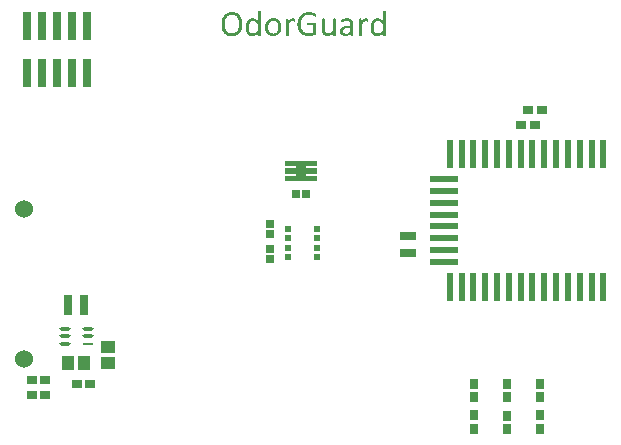
<source format=gbr>
%TF.GenerationSoftware,Altium Limited,Altium Designer,23.5.1 (21)*%
G04 Layer_Color=8388736*
%FSLAX45Y45*%
%MOMM*%
%TF.SameCoordinates,0CF0D061-263B-42B0-A585-B6EE71A6EBF9*%
%TF.FilePolarity,Negative*%
%TF.FileFunction,Soldermask,Top*%
%TF.Part,Single*%
G01*
G75*
%TA.AperFunction,SMDPad,CuDef*%
%ADD18R,1.40000X0.75000*%
G04:AMPARAMS|DCode=19|XSize=0.96535mm|YSize=0.29247mm|CornerRadius=0.14624mm|HoleSize=0mm|Usage=FLASHONLY|Rotation=180.000|XOffset=0mm|YOffset=0mm|HoleType=Round|Shape=RoundedRectangle|*
%AMROUNDEDRECTD19*
21,1,0.96535,0.00000,0,0,180.0*
21,1,0.67288,0.29247,0,0,180.0*
1,1,0.29247,-0.33644,0.00000*
1,1,0.29247,0.33644,0.00000*
1,1,0.29247,0.33644,0.00000*
1,1,0.29247,-0.33644,0.00000*
%
%ADD19ROUNDEDRECTD19*%
%ADD20R,0.96535X0.29247*%
%ADD23R,0.60000X2.40000*%
%ADD24R,2.40000X0.60000*%
%ADD25R,0.75000X2.40000*%
%TA.AperFunction,TestPad*%
%ADD31C,1.52400*%
%TA.AperFunction,SMDPad,CuDef*%
%ADD40R,0.90000X0.75000*%
%ADD41R,1.15000X1.05000*%
%ADD42R,0.75000X0.90000*%
%ADD43R,0.75000X0.79000*%
%ADD44R,0.79000X0.75000*%
%TA.AperFunction,BGAPad,CuDef*%
%ADD45R,0.55000X0.55000*%
%TA.AperFunction,SMDPad,CuDef*%
%ADD46R,0.80000X1.75000*%
%ADD47R,1.05000X1.15000*%
G36*
X5060300Y4965300D02*
Y4918300D01*
X5150300D01*
Y4900300D01*
X5060300D01*
Y4853300D01*
X5150300D01*
Y4835300D01*
X5060300D01*
Y4788300D01*
X5150300D01*
Y4794300D01*
X5238300D01*
Y4788300D01*
X5328300D01*
Y4835300D01*
X5238300D01*
Y4853300D01*
X5328300D01*
Y4900300D01*
X5238300D01*
Y4918300D01*
X5328300D01*
Y4965300D01*
X5238300D01*
Y4959300D01*
X5150300D01*
Y4965300D01*
X5060300D01*
D02*
G37*
G36*
X5268610Y6222165D02*
X5271783D01*
X5275309Y6221812D01*
X5282712Y6220402D01*
X5283065D01*
X5284475Y6220050D01*
X5286238Y6219697D01*
X5288706Y6218992D01*
X5291526Y6218287D01*
X5294347Y6217582D01*
X5300340Y6215466D01*
X5300692D01*
X5301750Y6215114D01*
X5303160Y6214409D01*
X5304923Y6213704D01*
X5309154Y6211941D01*
X5313384Y6209826D01*
X5313737D01*
X5314089Y6209473D01*
X5316205Y6208063D01*
X5318673Y6206300D01*
X5320435Y6204537D01*
X5320788Y6204185D01*
X5321493Y6203480D01*
X5322551Y6201717D01*
X5323256Y6199954D01*
X5323608Y6199602D01*
X5323961Y6198191D01*
X5324313Y6195723D01*
Y6192550D01*
Y6192198D01*
Y6190788D01*
Y6189025D01*
X5323961Y6187262D01*
Y6186910D01*
X5323608Y6186205D01*
X5322903Y6183737D01*
Y6183384D01*
X5322551Y6183032D01*
X5321140Y6181621D01*
X5320788D01*
X5319378Y6181269D01*
X5319025D01*
X5317968Y6181621D01*
X5316205Y6182326D01*
X5313384Y6184089D01*
X5313032D01*
X5312679Y6184442D01*
X5311622Y6185147D01*
X5310211Y6185852D01*
X5306686Y6187967D01*
X5301750Y6190435D01*
X5301398D01*
X5300340Y6191140D01*
X5298930Y6191845D01*
X5296814Y6192550D01*
X5294347Y6193608D01*
X5291526Y6194666D01*
X5288001Y6195723D01*
X5284475Y6196781D01*
X5284123D01*
X5282712Y6197134D01*
X5280597Y6197839D01*
X5277777Y6198544D01*
X5274604Y6198896D01*
X5270373Y6199602D01*
X5266142Y6199954D01*
X5258386D01*
X5255213Y6199602D01*
X5251335Y6199249D01*
X5246752Y6198544D01*
X5241816Y6197486D01*
X5236528Y6196076D01*
X5231592Y6193961D01*
X5230887Y6193608D01*
X5229477Y6192903D01*
X5227009Y6191493D01*
X5224189Y6189730D01*
X5220663Y6187262D01*
X5217138Y6184442D01*
X5213260Y6181269D01*
X5209734Y6177391D01*
X5209382Y6177038D01*
X5208324Y6175628D01*
X5206561Y6173160D01*
X5204798Y6170340D01*
X5202683Y6166814D01*
X5200215Y6162231D01*
X5198100Y6157648D01*
X5195985Y6152360D01*
X5195632Y6151654D01*
X5195279Y6149892D01*
X5194574Y6147071D01*
X5193869Y6143193D01*
X5192812Y6138257D01*
X5192106Y6132969D01*
X5191754Y6127328D01*
X5191401Y6120982D01*
Y6120630D01*
Y6120277D01*
Y6119220D01*
Y6117809D01*
X5191754Y6114284D01*
X5192106Y6109701D01*
X5192459Y6104765D01*
X5193517Y6099124D01*
X5194574Y6093131D01*
X5196337Y6087490D01*
X5196690Y6086785D01*
X5197395Y6085022D01*
X5198452Y6082554D01*
X5200215Y6079029D01*
X5202330Y6075151D01*
X5204798Y6070920D01*
X5207619Y6066689D01*
X5210792Y6062811D01*
X5211144Y6062459D01*
X5212554Y6061049D01*
X5214317Y6059286D01*
X5217138Y6057171D01*
X5220311Y6054703D01*
X5224189Y6052235D01*
X5228419Y6049767D01*
X5233002Y6047652D01*
X5233708Y6047299D01*
X5235470Y6046947D01*
X5237938Y6046241D01*
X5241464Y6045184D01*
X5245694Y6044126D01*
X5250630Y6043421D01*
X5255918Y6043068D01*
X5261559Y6042716D01*
X5265085D01*
X5267200Y6043068D01*
X5270020D01*
X5273193Y6043774D01*
X5280244Y6044831D01*
X5280597D01*
X5282007Y6045184D01*
X5283770Y6045889D01*
X5285885Y6046594D01*
X5288706Y6047299D01*
X5291879Y6048709D01*
X5297872Y6051530D01*
Y6108996D01*
X5251335D01*
X5250278Y6109348D01*
X5248867Y6110053D01*
X5247810Y6111464D01*
Y6111816D01*
X5247457Y6113579D01*
X5247105Y6116047D01*
X5246752Y6119572D01*
Y6119925D01*
Y6121335D01*
Y6122745D01*
Y6124508D01*
Y6124860D01*
X5247105Y6125566D01*
X5247457Y6126623D01*
X5247810Y6127681D01*
Y6128033D01*
X5248162Y6128386D01*
X5249220Y6129796D01*
X5249572D01*
X5249925Y6130149D01*
X5251688Y6130501D01*
X5315500D01*
X5317615Y6129796D01*
X5317968D01*
X5318673Y6129444D01*
X5320788Y6127681D01*
X5321140Y6127328D01*
X5321493Y6126976D01*
X5322198Y6125918D01*
X5322903Y6124508D01*
X5323256Y6124155D01*
X5323608Y6123098D01*
X5323961Y6121688D01*
Y6119572D01*
Y6044479D01*
Y6043774D01*
Y6042011D01*
X5323256Y6039895D01*
X5322551Y6037428D01*
X5322198Y6037075D01*
X5321140Y6035665D01*
X5319378Y6034255D01*
X5316557Y6032492D01*
X5316205D01*
X5315852Y6032139D01*
X5314795Y6031787D01*
X5313737Y6031082D01*
X5309859Y6029671D01*
X5305276Y6027556D01*
X5304923D01*
X5304218Y6027204D01*
X5302808Y6026851D01*
X5300692Y6026146D01*
X5298577Y6025441D01*
X5296109Y6024736D01*
X5290468Y6023326D01*
X5290116D01*
X5289058Y6022973D01*
X5287648D01*
X5285885Y6022620D01*
X5283417Y6022268D01*
X5280950Y6021563D01*
X5275309Y6020858D01*
X5273899D01*
X5272488Y6020505D01*
X5270726D01*
X5265790Y6020153D01*
X5260502Y6019800D01*
X5256623D01*
X5254508Y6020153D01*
X5252393D01*
X5246752Y6020858D01*
X5240406Y6021563D01*
X5233708Y6022620D01*
X5226657Y6024383D01*
X5219606Y6026851D01*
X5219253D01*
X5218900Y6027204D01*
X5216785Y6028261D01*
X5213260Y6029671D01*
X5209029Y6032139D01*
X5204446Y6034960D01*
X5199157Y6038485D01*
X5194222Y6042363D01*
X5189286Y6046947D01*
X5188581Y6047652D01*
X5187171Y6049414D01*
X5185055Y6051882D01*
X5182235Y6055760D01*
X5179062Y6060343D01*
X5175889Y6065632D01*
X5173069Y6071625D01*
X5170248Y6078324D01*
Y6078676D01*
X5169896Y6079029D01*
X5169543Y6080086D01*
X5169191Y6081497D01*
X5168133Y6085375D01*
X5167075Y6090310D01*
X5166018Y6096304D01*
X5164960Y6103355D01*
X5164255Y6111111D01*
X5163902Y6119220D01*
Y6119572D01*
Y6120277D01*
Y6121335D01*
Y6123098D01*
X5164255Y6125213D01*
Y6127681D01*
X5164960Y6133322D01*
X5165665Y6139668D01*
X5166723Y6147071D01*
X5168485Y6154122D01*
X5170953Y6161526D01*
Y6161878D01*
X5171306Y6162231D01*
X5171658Y6163289D01*
X5172364Y6164699D01*
X5173774Y6168224D01*
X5176242Y6172808D01*
X5178709Y6177743D01*
X5182235Y6183384D01*
X5186113Y6188672D01*
X5190696Y6193961D01*
X5191401Y6194666D01*
X5193164Y6196076D01*
X5195632Y6198544D01*
X5199510Y6201717D01*
X5204093Y6205242D01*
X5209382Y6208768D01*
X5215375Y6211941D01*
X5221721Y6215114D01*
X5222073D01*
X5222426Y6215466D01*
X5223484Y6215819D01*
X5224894Y6216171D01*
X5228419Y6217582D01*
X5233355Y6218992D01*
X5239348Y6220050D01*
X5246047Y6221460D01*
X5253451Y6222165D01*
X5261559Y6222517D01*
X5265790D01*
X5268610Y6222165D01*
D02*
G37*
G36*
X5901089Y6233799D02*
X5903204Y6233447D01*
X5903556D01*
X5904614Y6233094D01*
X5906024Y6232741D01*
X5907082Y6232389D01*
X5907434D01*
X5907787Y6232036D01*
X5909197Y6230979D01*
X5909550Y6230626D01*
X5909902Y6229216D01*
Y6026146D01*
Y6025793D01*
Y6025441D01*
X5909197Y6023678D01*
X5908845Y6023326D01*
X5907082Y6022620D01*
X5906729D01*
X5906377Y6022268D01*
X5905319D01*
X5903909Y6021915D01*
X5902499D01*
X5900736Y6021563D01*
X5895095D01*
X5893332Y6021915D01*
X5892980D01*
X5892275Y6022268D01*
X5889807Y6022620D01*
X5889454D01*
X5889102Y6022973D01*
X5887692Y6024031D01*
Y6024383D01*
Y6024736D01*
X5887339Y6026146D01*
Y6044479D01*
X5886986Y6044126D01*
X5885576Y6042716D01*
X5883108Y6040601D01*
X5880288Y6037780D01*
X5877115Y6034960D01*
X5873237Y6031787D01*
X5869006Y6028966D01*
X5864776Y6026146D01*
X5864423Y6025793D01*
X5862660Y6025088D01*
X5860545Y6024031D01*
X5857372Y6022973D01*
X5853494Y6021915D01*
X5849263Y6020858D01*
X5844328Y6020153D01*
X5839392Y6019800D01*
X5836924D01*
X5834104Y6020153D01*
X5830578Y6020505D01*
X5826348Y6021210D01*
X5822117Y6022268D01*
X5817534Y6023678D01*
X5813303Y6025441D01*
X5812951Y6025793D01*
X5811540Y6026498D01*
X5809778Y6027909D01*
X5807310Y6029671D01*
X5804489Y6031787D01*
X5801669Y6034607D01*
X5798848Y6037780D01*
X5796028Y6041306D01*
X5795675Y6041658D01*
X5794970Y6043068D01*
X5793913Y6045184D01*
X5792503Y6048004D01*
X5791092Y6051177D01*
X5789330Y6055408D01*
X5787919Y6059638D01*
X5786509Y6064574D01*
Y6065279D01*
X5786157Y6067042D01*
X5785804Y6069862D01*
X5785099Y6073388D01*
X5784746Y6077619D01*
X5784041Y6082554D01*
X5783689Y6087490D01*
Y6093131D01*
Y6093483D01*
Y6093836D01*
Y6095951D01*
X5784041Y6099477D01*
Y6103707D01*
X5784394Y6108643D01*
X5785099Y6113931D01*
X5787214Y6124860D01*
X5787567Y6125566D01*
X5787919Y6127328D01*
X5788977Y6129796D01*
X5790035Y6133322D01*
X5791797Y6137200D01*
X5793560Y6141078D01*
X5796028Y6145309D01*
X5798496Y6149187D01*
X5798848Y6149539D01*
X5799906Y6150949D01*
X5801316Y6152712D01*
X5803432Y6154827D01*
X5806252Y6157648D01*
X5809425Y6160116D01*
X5812951Y6162584D01*
X5816829Y6164699D01*
X5817181Y6165051D01*
X5818944Y6165757D01*
X5821059Y6166462D01*
X5824232Y6167519D01*
X5828110Y6168577D01*
X5832341Y6169635D01*
X5837277Y6169987D01*
X5842565Y6170340D01*
X5844680D01*
X5846796Y6169987D01*
X5849968Y6169635D01*
X5853141Y6168929D01*
X5857020Y6168224D01*
X5860545Y6166814D01*
X5864423Y6165051D01*
X5864776Y6164699D01*
X5866186Y6163994D01*
X5868301Y6162936D01*
X5870769Y6161173D01*
X5873942Y6159058D01*
X5877115Y6156238D01*
X5880993Y6153065D01*
X5884519Y6149539D01*
Y6229216D01*
Y6229568D01*
Y6229921D01*
X5884871Y6230979D01*
Y6231331D01*
X5885576Y6231684D01*
X5886986Y6232389D01*
X5887339D01*
X5888044Y6232741D01*
X5889102Y6233094D01*
X5890865Y6233447D01*
X5891217D01*
X5892627Y6233799D01*
X5894390Y6234152D01*
X5898973D01*
X5901089Y6233799D01*
D02*
G37*
G36*
X4844490D02*
X4846605Y6233447D01*
X4846958D01*
X4848016Y6233094D01*
X4849426Y6232741D01*
X4850484Y6232389D01*
X4850836D01*
X4851189Y6232036D01*
X4852599Y6230979D01*
X4852951Y6230626D01*
X4853304Y6229216D01*
Y6026146D01*
Y6025793D01*
Y6025441D01*
X4852599Y6023678D01*
X4852246Y6023326D01*
X4850484Y6022620D01*
X4850131D01*
X4849778Y6022268D01*
X4848721D01*
X4847311Y6021915D01*
X4845900D01*
X4844138Y6021563D01*
X4838497D01*
X4836734Y6021915D01*
X4836381D01*
X4835676Y6022268D01*
X4833209Y6022620D01*
X4832856D01*
X4832503Y6022973D01*
X4831093Y6024031D01*
Y6024383D01*
Y6024736D01*
X4830741Y6026146D01*
Y6044479D01*
X4830388Y6044126D01*
X4828978Y6042716D01*
X4826510Y6040601D01*
X4823690Y6037780D01*
X4820517Y6034960D01*
X4816639Y6031787D01*
X4812408Y6028966D01*
X4808177Y6026146D01*
X4807825Y6025793D01*
X4806062Y6025088D01*
X4803947Y6024031D01*
X4800774Y6022973D01*
X4796896Y6021915D01*
X4792665Y6020858D01*
X4787729Y6020153D01*
X4782794Y6019800D01*
X4780326D01*
X4777505Y6020153D01*
X4773980Y6020505D01*
X4769749Y6021210D01*
X4765519Y6022268D01*
X4760935Y6023678D01*
X4756705Y6025441D01*
X4756352Y6025793D01*
X4754942Y6026498D01*
X4753179Y6027909D01*
X4750711Y6029671D01*
X4747891Y6031787D01*
X4745071Y6034607D01*
X4742250Y6037780D01*
X4739430Y6041306D01*
X4739077Y6041658D01*
X4738372Y6043068D01*
X4737314Y6045184D01*
X4735904Y6048004D01*
X4734494Y6051177D01*
X4732731Y6055408D01*
X4731321Y6059638D01*
X4729911Y6064574D01*
Y6065279D01*
X4729558Y6067042D01*
X4729206Y6069862D01*
X4728501Y6073388D01*
X4728148Y6077619D01*
X4727443Y6082554D01*
X4727090Y6087490D01*
Y6093131D01*
Y6093483D01*
Y6093836D01*
Y6095951D01*
X4727443Y6099477D01*
Y6103707D01*
X4727795Y6108643D01*
X4728501Y6113931D01*
X4730616Y6124860D01*
X4730968Y6125566D01*
X4731321Y6127328D01*
X4732379Y6129796D01*
X4733436Y6133322D01*
X4735199Y6137200D01*
X4736962Y6141078D01*
X4739430Y6145309D01*
X4741898Y6149187D01*
X4742250Y6149539D01*
X4743308Y6150949D01*
X4744718Y6152712D01*
X4746833Y6154827D01*
X4749654Y6157648D01*
X4752827Y6160116D01*
X4756352Y6162584D01*
X4760230Y6164699D01*
X4760583Y6165051D01*
X4762346Y6165757D01*
X4764461Y6166462D01*
X4767634Y6167519D01*
X4771512Y6168577D01*
X4775743Y6169635D01*
X4780678Y6169987D01*
X4785967Y6170340D01*
X4788082D01*
X4790197Y6169987D01*
X4793370Y6169635D01*
X4796543Y6168929D01*
X4800421Y6168224D01*
X4803947Y6166814D01*
X4807825Y6165051D01*
X4808177Y6164699D01*
X4809588Y6163994D01*
X4811703Y6162936D01*
X4814171Y6161173D01*
X4817344Y6159058D01*
X4820517Y6156238D01*
X4824395Y6153065D01*
X4827920Y6149539D01*
Y6229216D01*
Y6229568D01*
Y6229921D01*
X4828273Y6230979D01*
Y6231331D01*
X4828978Y6231684D01*
X4830388Y6232389D01*
X4830741D01*
X4831446Y6232741D01*
X4832503Y6233094D01*
X4834266Y6233447D01*
X4834619D01*
X4836029Y6233799D01*
X4837792Y6234152D01*
X4842375D01*
X4844490Y6233799D01*
D02*
G37*
G36*
X5748081Y6169987D02*
X5748434D01*
X5749491Y6169635D01*
X5751254Y6169282D01*
X5753017Y6168929D01*
X5753369D01*
X5754779Y6168577D01*
X5756190Y6168224D01*
X5757952Y6167519D01*
X5758305D01*
X5759363Y6167167D01*
X5760420Y6166814D01*
X5761125Y6166109D01*
X5761478D01*
X5761830Y6165757D01*
X5762536Y6164699D01*
X5762888Y6164346D01*
Y6162936D01*
Y6162584D01*
X5763241Y6162231D01*
Y6161173D01*
Y6159763D01*
Y6159411D01*
X5763593Y6158353D01*
Y6156943D01*
Y6154475D01*
Y6153770D01*
Y6152360D01*
Y6150597D01*
X5763241Y6148834D01*
Y6148481D01*
Y6147776D01*
X5762536Y6145309D01*
Y6144956D01*
X5762183Y6144603D01*
X5761478Y6143193D01*
X5761125Y6142841D01*
X5759715Y6142488D01*
X5758658D01*
X5756542Y6143193D01*
X5756190D01*
X5755485Y6143546D01*
X5754074Y6144251D01*
X5752664Y6144603D01*
X5752312D01*
X5751254Y6144956D01*
X5749844Y6145661D01*
X5747728Y6146014D01*
X5747376D01*
X5745966Y6146366D01*
X5743850Y6146719D01*
X5741030D01*
X5739267Y6146366D01*
X5737152Y6146014D01*
X5734331Y6144956D01*
X5733626Y6144603D01*
X5732216Y6143898D01*
X5729748Y6142136D01*
X5726575Y6140020D01*
X5725870Y6139315D01*
X5724107Y6137552D01*
X5721287Y6134379D01*
X5718114Y6130501D01*
X5717761Y6130149D01*
X5717409Y6129444D01*
X5716351Y6128386D01*
X5715294Y6126623D01*
X5713883Y6124508D01*
X5712473Y6122040D01*
X5708595Y6116399D01*
Y6026146D01*
Y6025793D01*
Y6025441D01*
X5707890Y6024031D01*
X5707537Y6023678D01*
X5705775Y6022620D01*
X5705422D01*
X5704717Y6022268D01*
X5703659D01*
X5701897Y6021915D01*
X5700486D01*
X5698371Y6021563D01*
X5691673D01*
X5689557Y6021915D01*
X5689205D01*
X5688500Y6022268D01*
X5686032Y6022620D01*
X5685679D01*
X5685327Y6022973D01*
X5683916Y6024031D01*
Y6024736D01*
X5683564Y6026146D01*
Y6163289D01*
Y6163641D01*
Y6163994D01*
X5683916Y6165404D01*
X5684269Y6165757D01*
X5684974Y6166462D01*
X5685679Y6166814D01*
X5686032D01*
X5686737Y6167167D01*
X5687795Y6167519D01*
X5689205Y6167872D01*
X5689557D01*
X5690615Y6168224D01*
X5698371D01*
X5700134Y6167872D01*
X5700486D01*
X5701544Y6167519D01*
X5702602Y6167167D01*
X5703659Y6166814D01*
X5704012D01*
X5704365Y6166462D01*
X5705070Y6166109D01*
X5705422Y6165404D01*
X5705775Y6165051D01*
X5706127Y6163289D01*
Y6143193D01*
X5706480Y6143546D01*
X5707185Y6144603D01*
X5708243Y6146014D01*
X5709653Y6148129D01*
X5712826Y6152360D01*
X5716704Y6156590D01*
X5717056Y6156943D01*
X5717409Y6157648D01*
X5719877Y6159763D01*
X5722697Y6162231D01*
X5725870Y6164699D01*
X5726223D01*
X5726575Y6165051D01*
X5728691Y6166462D01*
X5731511Y6167872D01*
X5734684Y6168929D01*
X5735037D01*
X5735389Y6169282D01*
X5737504Y6169635D01*
X5740325Y6169987D01*
X5743498Y6170340D01*
X5746318D01*
X5748081Y6169987D01*
D02*
G37*
G36*
X5129000D02*
X5129352D01*
X5130410Y6169635D01*
X5132173Y6169282D01*
X5133935Y6168929D01*
X5134288D01*
X5135698Y6168577D01*
X5137108Y6168224D01*
X5138871Y6167519D01*
X5139224D01*
X5140281Y6167167D01*
X5141339Y6166814D01*
X5142044Y6166109D01*
X5142397D01*
X5142749Y6165757D01*
X5143454Y6164699D01*
X5143807Y6164346D01*
Y6162936D01*
Y6162584D01*
X5144159Y6162231D01*
Y6161173D01*
Y6159763D01*
Y6159411D01*
X5144512Y6158353D01*
Y6156943D01*
Y6154475D01*
Y6153770D01*
Y6152360D01*
Y6150597D01*
X5144159Y6148834D01*
Y6148481D01*
Y6147776D01*
X5143454Y6145309D01*
Y6144956D01*
X5143102Y6144603D01*
X5142397Y6143193D01*
X5142044Y6142841D01*
X5140634Y6142488D01*
X5139576D01*
X5137461Y6143193D01*
X5137108D01*
X5136403Y6143546D01*
X5134993Y6144251D01*
X5133583Y6144603D01*
X5133230D01*
X5132173Y6144956D01*
X5130762Y6145661D01*
X5128647Y6146014D01*
X5128295D01*
X5126884Y6146366D01*
X5124769Y6146719D01*
X5121949D01*
X5120186Y6146366D01*
X5118071Y6146014D01*
X5115250Y6144956D01*
X5114545Y6144603D01*
X5113135Y6143898D01*
X5110667Y6142136D01*
X5107494Y6140020D01*
X5106789Y6139315D01*
X5105026Y6137552D01*
X5102206Y6134379D01*
X5099033Y6130501D01*
X5098680Y6130149D01*
X5098328Y6129444D01*
X5097270Y6128386D01*
X5096212Y6126623D01*
X5094802Y6124508D01*
X5093392Y6122040D01*
X5089514Y6116399D01*
Y6026146D01*
Y6025793D01*
Y6025441D01*
X5088809Y6024031D01*
X5088456Y6023678D01*
X5086693Y6022620D01*
X5086341D01*
X5085636Y6022268D01*
X5084578D01*
X5082815Y6021915D01*
X5081405D01*
X5079290Y6021563D01*
X5072591D01*
X5070476Y6021915D01*
X5070123D01*
X5069418Y6022268D01*
X5066950Y6022620D01*
X5066598D01*
X5066245Y6022973D01*
X5064835Y6024031D01*
Y6024736D01*
X5064483Y6026146D01*
Y6163289D01*
Y6163641D01*
Y6163994D01*
X5064835Y6165404D01*
X5065188Y6165757D01*
X5065893Y6166462D01*
X5066598Y6166814D01*
X5066950D01*
X5067656Y6167167D01*
X5068713Y6167519D01*
X5070123Y6167872D01*
X5070476D01*
X5071534Y6168224D01*
X5079290D01*
X5081053Y6167872D01*
X5081405D01*
X5082463Y6167519D01*
X5083520Y6167167D01*
X5084578Y6166814D01*
X5084931D01*
X5085283Y6166462D01*
X5085988Y6166109D01*
X5086341Y6165404D01*
X5086693Y6165051D01*
X5087046Y6163289D01*
Y6143193D01*
X5087399Y6143546D01*
X5088104Y6144603D01*
X5089161Y6146014D01*
X5090571Y6148129D01*
X5093744Y6152360D01*
X5097623Y6156590D01*
X5097975Y6156943D01*
X5098328Y6157648D01*
X5100795Y6159763D01*
X5103616Y6162231D01*
X5106789Y6164699D01*
X5107141D01*
X5107494Y6165051D01*
X5109609Y6166462D01*
X5112430Y6167872D01*
X5115603Y6168929D01*
X5115955D01*
X5116308Y6169282D01*
X5118423Y6169635D01*
X5121244Y6169987D01*
X5124416Y6170340D01*
X5127237D01*
X5129000Y6169987D01*
D02*
G37*
G36*
X5480847Y6167872D02*
X5481199D01*
X5482257Y6167519D01*
X5483667Y6167167D01*
X5484725Y6166814D01*
X5485077D01*
X5485430Y6166462D01*
X5486840Y6165404D01*
X5487192Y6165051D01*
X5487545Y6163289D01*
Y6026146D01*
Y6025793D01*
Y6025441D01*
X5486840Y6024031D01*
X5486487Y6023678D01*
X5484725Y6022620D01*
X5484372D01*
X5484020Y6022268D01*
X5482962D01*
X5481199Y6021915D01*
X5479789D01*
X5478026Y6021563D01*
X5472033D01*
X5469917Y6021915D01*
X5469565D01*
X5468860Y6022268D01*
X5466392Y6022620D01*
X5465687Y6022973D01*
X5464629Y6024031D01*
Y6024736D01*
X5464277Y6026146D01*
Y6044126D01*
X5463924Y6043421D01*
X5462161Y6042011D01*
X5460046Y6039895D01*
X5457226Y6037075D01*
X5453700Y6033902D01*
X5449822Y6030729D01*
X5445591Y6027909D01*
X5441361Y6025441D01*
X5441008Y6025088D01*
X5439598Y6024736D01*
X5437130Y6023678D01*
X5434310Y6022620D01*
X5430784Y6021563D01*
X5426906Y6020858D01*
X5422675Y6020153D01*
X5418092Y6019800D01*
X5415977D01*
X5413509Y6020153D01*
X5410336Y6020505D01*
X5406458Y6020858D01*
X5402933Y6021563D01*
X5399054Y6022620D01*
X5395176Y6024031D01*
X5394824Y6024383D01*
X5393766Y6024736D01*
X5392003Y6025793D01*
X5389888Y6027204D01*
X5387420Y6028966D01*
X5384952Y6031082D01*
X5380017Y6036370D01*
X5379664Y6036722D01*
X5378959Y6037780D01*
X5378254Y6039543D01*
X5376844Y6041658D01*
X5375433Y6044479D01*
X5374376Y6047652D01*
X5371908Y6054703D01*
Y6055055D01*
X5371555Y6056465D01*
X5371203Y6058933D01*
X5370850Y6061754D01*
X5370145Y6065632D01*
X5369793Y6069862D01*
X5369440Y6074798D01*
Y6080086D01*
Y6163289D01*
Y6163641D01*
Y6163994D01*
X5369793Y6165404D01*
X5370498Y6165757D01*
X5371908Y6166814D01*
X5372261D01*
X5372966Y6167167D01*
X5374023Y6167519D01*
X5375786Y6167872D01*
X5376139D01*
X5377549Y6168224D01*
X5386010D01*
X5388125Y6167872D01*
X5388478D01*
X5389536Y6167519D01*
X5390946Y6167167D01*
X5392003Y6166814D01*
X5392356D01*
X5392709Y6166462D01*
X5394119Y6165404D01*
X5394471Y6165051D01*
X5394824Y6163289D01*
Y6083612D01*
Y6083259D01*
Y6081497D01*
Y6079381D01*
X5395176Y6076561D01*
X5395529Y6070215D01*
X5395882Y6067042D01*
X5396234Y6064222D01*
Y6063869D01*
X5396587Y6063164D01*
X5396939Y6061754D01*
X5397644Y6059991D01*
X5399054Y6055760D01*
X5401522Y6051530D01*
X5401875Y6051177D01*
X5402227Y6050825D01*
X5403990Y6048709D01*
X5407163Y6046241D01*
X5410689Y6043774D01*
X5411041D01*
X5411746Y6043421D01*
X5412804Y6043068D01*
X5414567Y6042716D01*
X5418445Y6041658D01*
X5423381Y6041306D01*
X5425143D01*
X5426906Y6041658D01*
X5429374Y6042011D01*
X5432194Y6042716D01*
X5435367Y6044126D01*
X5438540Y6045536D01*
X5442066Y6047652D01*
X5442418Y6048004D01*
X5443829Y6049062D01*
X5445591Y6050472D01*
X5448059Y6052587D01*
X5451232Y6055408D01*
X5454405Y6058933D01*
X5458283Y6062811D01*
X5462161Y6067395D01*
Y6163289D01*
Y6163641D01*
Y6163994D01*
X5462514Y6165404D01*
X5463219Y6165757D01*
X5464629Y6166814D01*
X5464982D01*
X5465687Y6167167D01*
X5466744Y6167519D01*
X5468507Y6167872D01*
X5468860D01*
X5470270Y6168224D01*
X5478731D01*
X5480847Y6167872D01*
D02*
G37*
G36*
X5591900Y6169987D02*
X5595778Y6169635D01*
X5600009Y6168929D01*
X5604240Y6167872D01*
X5608118Y6166814D01*
X5608470D01*
X5609881Y6166109D01*
X5611643Y6165404D01*
X5614111Y6164346D01*
X5619752Y6161173D01*
X5622572Y6159058D01*
X5625040Y6156943D01*
X5625393Y6156590D01*
X5626098Y6155885D01*
X5627156Y6154475D01*
X5628566Y6152712D01*
X5629976Y6150244D01*
X5631739Y6147424D01*
X5633149Y6144251D01*
X5634207Y6140725D01*
Y6140373D01*
X5634559Y6138963D01*
X5635264Y6137200D01*
X5635969Y6134379D01*
X5636322Y6131206D01*
X5637027Y6127328D01*
X5637380Y6123098D01*
Y6118515D01*
Y6025793D01*
Y6025441D01*
Y6024736D01*
X5636675Y6024031D01*
X5635969Y6023326D01*
X5635617D01*
X5635264Y6022973D01*
X5634207Y6022620D01*
X5632444Y6022268D01*
X5632091D01*
X5631034Y6021915D01*
X5628918Y6021563D01*
X5624335D01*
X5622220Y6021915D01*
X5620105Y6022268D01*
X5619752D01*
X5618694Y6022620D01*
X5617637Y6022973D01*
X5616579Y6023326D01*
X5616227Y6024031D01*
X5615874Y6024736D01*
X5615521Y6025793D01*
Y6039543D01*
X5615169Y6039190D01*
X5614111Y6038133D01*
X5611996Y6036370D01*
X5609881Y6034255D01*
X5606708Y6031787D01*
X5603182Y6029319D01*
X5599657Y6026851D01*
X5595426Y6024736D01*
X5595073Y6024383D01*
X5593663Y6024031D01*
X5591195Y6023326D01*
X5588375Y6022268D01*
X5584849Y6021210D01*
X5580971Y6020505D01*
X5576741Y6020153D01*
X5572158Y6019800D01*
X5568279D01*
X5565459Y6020153D01*
X5562639Y6020505D01*
X5559113Y6020858D01*
X5552415Y6022620D01*
X5552062D01*
X5551004Y6022973D01*
X5549242Y6023678D01*
X5547479Y6024383D01*
X5542543Y6026851D01*
X5537607Y6030377D01*
X5537255Y6030729D01*
X5536550Y6031434D01*
X5535492Y6032492D01*
X5534082Y6034255D01*
X5532672Y6036017D01*
X5530909Y6038485D01*
X5528089Y6043774D01*
Y6044126D01*
X5527736Y6045184D01*
X5527031Y6046594D01*
X5526678Y6049062D01*
X5525973Y6051530D01*
X5525268Y6054350D01*
X5524916Y6061401D01*
Y6061754D01*
Y6063164D01*
X5525268Y6065279D01*
X5525621Y6068100D01*
X5525973Y6071273D01*
X5527031Y6074446D01*
X5528089Y6077971D01*
X5529499Y6081144D01*
X5529851Y6081497D01*
X5530204Y6082554D01*
X5531261Y6084317D01*
X5533024Y6086432D01*
X5534787Y6088548D01*
X5537255Y6091016D01*
X5539723Y6093483D01*
X5542896Y6095599D01*
X5543248Y6095951D01*
X5544658Y6096656D01*
X5546421Y6097714D01*
X5548889Y6098772D01*
X5552062Y6100182D01*
X5555588Y6101592D01*
X5559818Y6103002D01*
X5564401Y6104060D01*
X5565106D01*
X5566869Y6104412D01*
X5569337Y6105118D01*
X5572863Y6105470D01*
X5577093Y6106175D01*
X5582029Y6106528D01*
X5587670Y6106880D01*
X5612348D01*
Y6117457D01*
Y6117809D01*
Y6118867D01*
Y6120277D01*
X5611996Y6122040D01*
X5611643Y6126623D01*
X5610586Y6131206D01*
Y6131559D01*
X5610233Y6132264D01*
X5609881Y6133322D01*
X5609175Y6134732D01*
X5607413Y6138257D01*
X5604945Y6141430D01*
Y6141783D01*
X5604240Y6142136D01*
X5602477Y6143898D01*
X5599304Y6146014D01*
X5595426Y6147776D01*
X5595073D01*
X5594368Y6148129D01*
X5592958Y6148481D01*
X5591548Y6148834D01*
X5589433Y6149187D01*
X5586965Y6149539D01*
X5580971Y6149892D01*
X5577446D01*
X5575330Y6149539D01*
X5569690Y6148834D01*
X5564049Y6147424D01*
X5563696D01*
X5562991Y6147071D01*
X5561581Y6146719D01*
X5559818Y6146014D01*
X5555588Y6144603D01*
X5551357Y6142488D01*
X5551004D01*
X5550299Y6142136D01*
X5549242Y6141783D01*
X5548184Y6141078D01*
X5545011Y6139668D01*
X5541838Y6137905D01*
X5541133Y6137552D01*
X5539723Y6136847D01*
X5537960Y6136142D01*
X5536550Y6135790D01*
X5535845D01*
X5534082Y6136142D01*
X5533729Y6136495D01*
X5532672Y6137905D01*
Y6138257D01*
X5532319Y6138963D01*
X5531614Y6141078D01*
Y6141430D01*
Y6142488D01*
Y6143898D01*
Y6145309D01*
Y6145661D01*
Y6146014D01*
Y6147424D01*
Y6149539D01*
X5531967Y6151302D01*
Y6151654D01*
X5532672Y6152712D01*
X5533377Y6154122D01*
X5534434Y6155533D01*
X5534787Y6155885D01*
X5536197Y6156943D01*
X5538313Y6158353D01*
X5541485Y6160116D01*
X5541838D01*
X5542543Y6160468D01*
X5543601Y6161173D01*
X5545011Y6161878D01*
X5548537Y6163289D01*
X5553120Y6165051D01*
X5553472D01*
X5554177Y6165404D01*
X5555588Y6165757D01*
X5557350Y6166462D01*
X5559466Y6166814D01*
X5561934Y6167519D01*
X5567574Y6168577D01*
X5567927D01*
X5568985Y6168929D01*
X5570395Y6169282D01*
X5572510Y6169635D01*
X5574625D01*
X5577446Y6169987D01*
X5583087Y6170340D01*
X5588375D01*
X5591900Y6169987D01*
D02*
G37*
G36*
X4966121D02*
X4969999Y6169635D01*
X4974582Y6168929D01*
X4979518Y6168224D01*
X4984453Y6166814D01*
X4989389Y6165051D01*
X4990094Y6164699D01*
X4991504Y6163994D01*
X4993972Y6162936D01*
X4996793Y6161526D01*
X5000318Y6159411D01*
X5003844Y6156943D01*
X5007369Y6154122D01*
X5010542Y6150597D01*
X5010895Y6150244D01*
X5011952Y6148834D01*
X5013363Y6146719D01*
X5015478Y6144251D01*
X5017241Y6140725D01*
X5019356Y6136847D01*
X5021471Y6132264D01*
X5023234Y6127328D01*
X5023587Y6126623D01*
X5023939Y6124860D01*
X5024644Y6122040D01*
X5025349Y6118162D01*
X5026054Y6113579D01*
X5026760Y6108291D01*
X5027465Y6102650D01*
Y6096304D01*
Y6095951D01*
Y6095599D01*
Y6093483D01*
X5027112Y6090310D01*
X5026760Y6086432D01*
X5026407Y6081497D01*
X5025702Y6076561D01*
X5024292Y6070920D01*
X5022881Y6065632D01*
X5022529Y6064927D01*
X5022176Y6063164D01*
X5021119Y6060696D01*
X5019356Y6057171D01*
X5017593Y6053645D01*
X5015478Y6049414D01*
X5012657Y6045184D01*
X5009485Y6041306D01*
X5009132Y6040953D01*
X5008074Y6039543D01*
X5005959Y6037780D01*
X5003491Y6035665D01*
X5000318Y6032844D01*
X4996793Y6030377D01*
X4992562Y6027909D01*
X4987626Y6025441D01*
X4986921Y6025088D01*
X4985158Y6024736D01*
X4982691Y6023678D01*
X4978812Y6022620D01*
X4974582Y6021563D01*
X4969294Y6020858D01*
X4963653Y6020153D01*
X4957307Y6019800D01*
X4954486D01*
X4951313Y6020153D01*
X4947435Y6020505D01*
X4942500Y6020858D01*
X4937564Y6021915D01*
X4932628Y6022973D01*
X4927692Y6024736D01*
X4926987Y6025088D01*
X4925577Y6025793D01*
X4923109Y6026851D01*
X4920289Y6028261D01*
X4917116Y6030377D01*
X4913590Y6032844D01*
X4910065Y6036017D01*
X4906539Y6039190D01*
X4906187Y6039543D01*
X4905129Y6040953D01*
X4903719Y6043068D01*
X4901956Y6045536D01*
X4899841Y6049062D01*
X4898078Y6052940D01*
X4895963Y6057523D01*
X4894200Y6062459D01*
Y6063164D01*
X4893495Y6064927D01*
X4893142Y6067747D01*
X4892437Y6071625D01*
X4891732Y6076208D01*
X4891027Y6081497D01*
X4890674Y6087137D01*
X4890322Y6093483D01*
Y6093836D01*
Y6094188D01*
Y6096304D01*
X4890674Y6099477D01*
X4891027Y6103707D01*
X4891380Y6108643D01*
X4892085Y6113579D01*
X4893142Y6119220D01*
X4894553Y6124508D01*
X4894905Y6125213D01*
X4895258Y6126976D01*
X4896315Y6129444D01*
X4897726Y6132969D01*
X4899488Y6136495D01*
X4901956Y6140725D01*
X4904424Y6144956D01*
X4907597Y6148834D01*
X4907950Y6149187D01*
X4909360Y6150597D01*
X4911123Y6152360D01*
X4913590Y6154827D01*
X4916763Y6157295D01*
X4920641Y6159763D01*
X4924872Y6162584D01*
X4929455Y6164699D01*
X4930160Y6165051D01*
X4931923Y6165757D01*
X4934391Y6166462D01*
X4938269Y6167519D01*
X4942852Y6168577D01*
X4947788Y6169635D01*
X4953781Y6169987D01*
X4960127Y6170340D01*
X4962948D01*
X4966121Y6169987D01*
D02*
G37*
G36*
X4618857Y6222165D02*
X4624145Y6221812D01*
X4630139Y6220755D01*
X4636485Y6219697D01*
X4642830Y6217934D01*
X4649176Y6215819D01*
X4649529D01*
X4649881Y6215466D01*
X4651997Y6214761D01*
X4654817Y6212998D01*
X4658695Y6210883D01*
X4662926Y6208063D01*
X4667509Y6204890D01*
X4671740Y6201012D01*
X4675970Y6196429D01*
X4676323Y6195723D01*
X4677733Y6194313D01*
X4679848Y6191493D01*
X4681964Y6187967D01*
X4684784Y6183384D01*
X4687605Y6178096D01*
X4690072Y6172102D01*
X4692188Y6165404D01*
Y6165051D01*
X4692540Y6164699D01*
Y6163641D01*
X4692893Y6162231D01*
X4693598Y6160468D01*
X4693950Y6158353D01*
X4695008Y6153417D01*
X4695713Y6147071D01*
X4696771Y6139668D01*
X4697123Y6131912D01*
X4697476Y6123098D01*
Y6122745D01*
Y6122040D01*
Y6120630D01*
Y6119220D01*
Y6117104D01*
X4697123Y6114636D01*
X4696771Y6108996D01*
X4696066Y6102297D01*
X4695008Y6094894D01*
X4693598Y6087490D01*
X4691835Y6080086D01*
Y6079734D01*
X4691483Y6079381D01*
X4691130Y6078324D01*
X4690778Y6076913D01*
X4689367Y6073388D01*
X4687605Y6068805D01*
X4685137Y6063869D01*
X4682316Y6058228D01*
X4678791Y6052940D01*
X4674913Y6047652D01*
X4674560Y6046947D01*
X4672797Y6045536D01*
X4670329Y6043068D01*
X4667157Y6039895D01*
X4662926Y6036722D01*
X4658343Y6033197D01*
X4652702Y6030024D01*
X4646709Y6026851D01*
X4646356D01*
X4646003Y6026498D01*
X4644946Y6026146D01*
X4643888Y6025793D01*
X4640010Y6024736D01*
X4635427Y6023326D01*
X4629786Y6021915D01*
X4623088Y6020858D01*
X4615331Y6020153D01*
X4607223Y6019800D01*
X4603345D01*
X4601582Y6020153D01*
X4599467D01*
X4594178Y6020505D01*
X4588185Y6021210D01*
X4581486Y6022620D01*
X4575140Y6024031D01*
X4568795Y6026146D01*
X4568089Y6026498D01*
X4565974Y6027556D01*
X4563154Y6028966D01*
X4559276Y6031082D01*
X4555045Y6033902D01*
X4550814Y6037075D01*
X4546231Y6040953D01*
X4542001Y6045536D01*
X4541648Y6046241D01*
X4540238Y6047652D01*
X4538475Y6050472D01*
X4536007Y6054350D01*
X4533539Y6058933D01*
X4530719Y6064222D01*
X4528251Y6070215D01*
X4526136Y6076913D01*
Y6077266D01*
X4525783Y6077619D01*
Y6078676D01*
X4525431Y6080086D01*
X4525078Y6081849D01*
X4524726Y6083964D01*
X4523668Y6089253D01*
X4522610Y6095599D01*
X4521905Y6103002D01*
X4521553Y6111111D01*
X4521200Y6119925D01*
Y6120277D01*
Y6120982D01*
Y6122040D01*
Y6123803D01*
Y6125918D01*
X4521553Y6128386D01*
X4521905Y6134027D01*
X4522610Y6140373D01*
X4523315Y6147776D01*
X4524726Y6154827D01*
X4526488Y6162231D01*
Y6162584D01*
X4526841Y6162936D01*
X4527193Y6163994D01*
X4527546Y6165404D01*
X4528956Y6168929D01*
X4530719Y6173513D01*
X4533187Y6178448D01*
X4536007Y6183737D01*
X4539533Y6189025D01*
X4543411Y6194313D01*
X4544116Y6195018D01*
X4545526Y6196429D01*
X4547994Y6198896D01*
X4551167Y6202069D01*
X4555398Y6205242D01*
X4559981Y6208768D01*
X4565622Y6211941D01*
X4571615Y6215114D01*
X4571967D01*
X4572320Y6215466D01*
X4573378Y6215819D01*
X4574788Y6216171D01*
X4578313Y6217582D01*
X4582897Y6218992D01*
X4588537Y6220050D01*
X4595588Y6221460D01*
X4602992Y6222165D01*
X4611101Y6222517D01*
X4614626D01*
X4618857Y6222165D01*
D02*
G37*
%LPC*%
G36*
X5844680Y6148834D02*
X5843270D01*
X5841155Y6148481D01*
X5839039Y6148129D01*
X5833751Y6147071D01*
X5830931Y6145661D01*
X5828463Y6144251D01*
X5828110Y6143898D01*
X5827405Y6143546D01*
X5825995Y6142488D01*
X5824585Y6141078D01*
X5822822Y6139315D01*
X5821059Y6137200D01*
X5817534Y6131912D01*
Y6131559D01*
X5816829Y6130501D01*
X5816123Y6129091D01*
X5815066Y6126976D01*
X5814361Y6124508D01*
X5813303Y6121688D01*
X5811540Y6114989D01*
Y6114636D01*
X5811188Y6113579D01*
X5810835Y6111464D01*
Y6109348D01*
X5810483Y6106175D01*
X5810130Y6103002D01*
X5809778Y6095951D01*
Y6095599D01*
Y6094188D01*
Y6092073D01*
X5810130Y6089605D01*
Y6086432D01*
X5810483Y6082907D01*
X5811188Y6075503D01*
Y6075151D01*
X5811540Y6073740D01*
X5811893Y6071978D01*
X5812598Y6069510D01*
X5813303Y6067042D01*
X5814361Y6063869D01*
X5816829Y6057876D01*
X5817181Y6057523D01*
X5817534Y6056818D01*
X5818239Y6055408D01*
X5819649Y6053645D01*
X5822822Y6049767D01*
X5827053Y6045889D01*
X5827405Y6045536D01*
X5828110Y6045184D01*
X5829873Y6044479D01*
X5831636Y6043774D01*
X5834104Y6042716D01*
X5836924Y6042011D01*
X5840097Y6041658D01*
X5843623Y6041306D01*
X5846796D01*
X5849616Y6041658D01*
X5853141Y6042363D01*
X5853494D01*
X5853847Y6042716D01*
X5856314Y6043421D01*
X5859135Y6044831D01*
X5862660Y6046947D01*
X5863013D01*
X5863365Y6047652D01*
X5864423Y6048357D01*
X5865833Y6049062D01*
X5869006Y6051882D01*
X5872884Y6055055D01*
X5873237Y6055408D01*
X5873942Y6056113D01*
X5875000Y6057171D01*
X5876410Y6058581D01*
X5880288Y6062811D01*
X5884519Y6067747D01*
Y6122745D01*
X5884166Y6123450D01*
X5882756Y6124860D01*
X5880641Y6126976D01*
X5878173Y6129796D01*
X5875352Y6132969D01*
X5871827Y6136142D01*
X5868301Y6139315D01*
X5864776Y6142136D01*
X5864423Y6142488D01*
X5863013Y6143193D01*
X5861250Y6144251D01*
X5858782Y6145661D01*
X5855609Y6146719D01*
X5852436Y6147776D01*
X5848558Y6148481D01*
X5844680Y6148834D01*
D02*
G37*
G36*
X4788082D02*
X4786672D01*
X4784556Y6148481D01*
X4782441Y6148129D01*
X4777153Y6147071D01*
X4774332Y6145661D01*
X4771864Y6144251D01*
X4771512Y6143898D01*
X4770807Y6143546D01*
X4769397Y6142488D01*
X4767986Y6141078D01*
X4766224Y6139315D01*
X4764461Y6137200D01*
X4760935Y6131912D01*
Y6131559D01*
X4760230Y6130501D01*
X4759525Y6129091D01*
X4758467Y6126976D01*
X4757762Y6124508D01*
X4756705Y6121688D01*
X4754942Y6114989D01*
Y6114636D01*
X4754589Y6113579D01*
X4754237Y6111464D01*
Y6109348D01*
X4753884Y6106175D01*
X4753532Y6103002D01*
X4753179Y6095951D01*
Y6095599D01*
Y6094188D01*
Y6092073D01*
X4753532Y6089605D01*
Y6086432D01*
X4753884Y6082907D01*
X4754589Y6075503D01*
Y6075151D01*
X4754942Y6073740D01*
X4755295Y6071978D01*
X4756000Y6069510D01*
X4756705Y6067042D01*
X4757762Y6063869D01*
X4760230Y6057876D01*
X4760583Y6057523D01*
X4760935Y6056818D01*
X4761640Y6055408D01*
X4763051Y6053645D01*
X4766224Y6049767D01*
X4770454Y6045889D01*
X4770807Y6045536D01*
X4771512Y6045184D01*
X4773275Y6044479D01*
X4775037Y6043774D01*
X4777505Y6042716D01*
X4780326Y6042011D01*
X4783499Y6041658D01*
X4787024Y6041306D01*
X4790197D01*
X4793018Y6041658D01*
X4796543Y6042363D01*
X4796896D01*
X4797248Y6042716D01*
X4799716Y6043421D01*
X4802536Y6044831D01*
X4806062Y6046947D01*
X4806415D01*
X4806767Y6047652D01*
X4807825Y6048357D01*
X4809235Y6049062D01*
X4812408Y6051882D01*
X4816286Y6055055D01*
X4816639Y6055408D01*
X4817344Y6056113D01*
X4818401Y6057171D01*
X4819812Y6058581D01*
X4823690Y6062811D01*
X4827920Y6067747D01*
Y6122745D01*
X4827568Y6123450D01*
X4826157Y6124860D01*
X4824042Y6126976D01*
X4821574Y6129796D01*
X4818754Y6132969D01*
X4815228Y6136142D01*
X4811703Y6139315D01*
X4808177Y6142136D01*
X4807825Y6142488D01*
X4806415Y6143193D01*
X4804652Y6144251D01*
X4802184Y6145661D01*
X4799011Y6146719D01*
X4795838Y6147776D01*
X4791960Y6148481D01*
X4788082Y6148834D01*
D02*
G37*
G36*
X5612348Y6088900D02*
X5586965D01*
X5584497Y6088548D01*
X5581676D01*
X5578503Y6088195D01*
X5572510Y6087137D01*
X5572158D01*
X5571452Y6086785D01*
X5570042Y6086432D01*
X5568279Y6085727D01*
X5564049Y6084317D01*
X5560171Y6081849D01*
X5559818D01*
X5559466Y6081144D01*
X5557350Y6079381D01*
X5554882Y6076913D01*
X5552767Y6073388D01*
Y6073035D01*
X5552415Y6072683D01*
X5552062Y6071625D01*
X5551709Y6070215D01*
X5551004Y6066689D01*
X5550652Y6062459D01*
Y6062106D01*
Y6060696D01*
X5551004Y6058933D01*
X5551357Y6056465D01*
X5552415Y6053645D01*
X5553472Y6050825D01*
X5555235Y6048004D01*
X5557350Y6045536D01*
X5557703Y6045184D01*
X5558761Y6044479D01*
X5560171Y6043774D01*
X5562286Y6042716D01*
X5564754Y6041306D01*
X5567927Y6040601D01*
X5571805Y6039895D01*
X5576036Y6039543D01*
X5577798D01*
X5579561Y6039895D01*
X5582029Y6040248D01*
X5584849Y6040601D01*
X5588022Y6041658D01*
X5591195Y6042716D01*
X5594368Y6044479D01*
X5594721Y6044831D01*
X5595778Y6045536D01*
X5597541Y6046594D01*
X5599657Y6048357D01*
X5602477Y6050472D01*
X5605650Y6052940D01*
X5608823Y6056113D01*
X5612348Y6059638D01*
Y6088900D01*
D02*
G37*
G36*
X4959070Y6149187D02*
X4957307D01*
X4955192Y6148834D01*
X4952371D01*
X4949551Y6148129D01*
X4946025Y6147424D01*
X4942852Y6146366D01*
X4939679Y6144956D01*
X4939327D01*
X4938269Y6144251D01*
X4936859Y6143193D01*
X4935096Y6142136D01*
X4930865Y6138610D01*
X4926635Y6133674D01*
X4926282Y6133322D01*
X4925930Y6132264D01*
X4924872Y6130854D01*
X4923814Y6129091D01*
X4922404Y6126623D01*
X4920994Y6123450D01*
X4919936Y6120277D01*
X4918879Y6116752D01*
Y6116399D01*
X4918526Y6114989D01*
X4918174Y6112874D01*
X4917821Y6110406D01*
X4917116Y6107233D01*
X4916763Y6103355D01*
X4916411Y6099477D01*
Y6095246D01*
Y6094894D01*
Y6093483D01*
Y6091016D01*
X4916763Y6088548D01*
Y6085022D01*
X4917116Y6081497D01*
X4918174Y6074093D01*
Y6073740D01*
X4918526Y6072330D01*
X4919231Y6070567D01*
X4919936Y6068100D01*
X4922052Y6062811D01*
X4925225Y6056818D01*
X4925577Y6056465D01*
X4926282Y6055760D01*
X4927340Y6054350D01*
X4928750Y6052587D01*
X4930513Y6050825D01*
X4932981Y6048709D01*
X4938269Y6045184D01*
X4938622D01*
X4939679Y6044479D01*
X4941442Y6043774D01*
X4943910Y6043068D01*
X4946730Y6042363D01*
X4950256Y6041658D01*
X4954134Y6041306D01*
X4958364Y6040953D01*
X4960127D01*
X4962243Y6041306D01*
X4965063D01*
X4968236Y6042011D01*
X4971409Y6042716D01*
X4974582Y6043421D01*
X4977755Y6044831D01*
X4978107Y6045184D01*
X4979165Y6045536D01*
X4980575Y6046594D01*
X4982338Y6047652D01*
X4986921Y6051177D01*
X4991152Y6055760D01*
X4991504Y6056113D01*
X4991857Y6057171D01*
X4992915Y6058581D01*
X4993972Y6060696D01*
X4995382Y6063164D01*
X4996793Y6065984D01*
X4997850Y6069157D01*
X4998908Y6072683D01*
Y6073035D01*
X4999261Y6074446D01*
X4999613Y6076561D01*
X5000318Y6079381D01*
X5000671Y6082554D01*
X5001023Y6086080D01*
X5001376Y6094541D01*
Y6094894D01*
Y6096304D01*
Y6098772D01*
X5001023Y6101592D01*
Y6104765D01*
X5000671Y6108291D01*
X4999261Y6115694D01*
Y6116047D01*
X4998908Y6117457D01*
X4998203Y6119220D01*
X4997498Y6121688D01*
X4995382Y6127328D01*
X4992209Y6132969D01*
X4991857Y6133322D01*
X4991504Y6134379D01*
X4990447Y6135437D01*
X4989037Y6137200D01*
X4987274Y6138963D01*
X4984806Y6141078D01*
X4982338Y6142841D01*
X4979518Y6144603D01*
X4979165Y6144956D01*
X4978107Y6145309D01*
X4976345Y6146014D01*
X4973877Y6147071D01*
X4971056Y6147776D01*
X4967531Y6148481D01*
X4963653Y6148834D01*
X4959070Y6149187D01*
D02*
G37*
G36*
X4609691Y6199954D02*
X4606870D01*
X4603697Y6199602D01*
X4599819Y6199249D01*
X4595236Y6198191D01*
X4590653Y6197134D01*
X4585717Y6195371D01*
X4581134Y6193256D01*
X4580781Y6192903D01*
X4579371Y6192198D01*
X4576903Y6190788D01*
X4574435Y6188672D01*
X4571262Y6186205D01*
X4568089Y6183384D01*
X4564916Y6180211D01*
X4562096Y6176333D01*
X4561743Y6175981D01*
X4561038Y6174570D01*
X4559628Y6172102D01*
X4558218Y6169282D01*
X4556455Y6165757D01*
X4554692Y6161173D01*
X4553282Y6156590D01*
X4551872Y6151302D01*
Y6150597D01*
X4551519Y6148834D01*
X4551167Y6146014D01*
X4550462Y6142488D01*
X4550109Y6137905D01*
X4549404Y6132969D01*
X4549052Y6127328D01*
Y6121688D01*
Y6121335D01*
Y6120982D01*
Y6118867D01*
Y6115342D01*
X4549404Y6111111D01*
X4549757Y6106175D01*
X4550109Y6100887D01*
X4551872Y6089605D01*
Y6088900D01*
X4552577Y6087137D01*
X4553282Y6084317D01*
X4553987Y6081144D01*
X4555398Y6077266D01*
X4557160Y6073035D01*
X4558923Y6068805D01*
X4561391Y6064574D01*
X4561743Y6064222D01*
X4562801Y6062811D01*
X4564211Y6061049D01*
X4566327Y6058581D01*
X4569147Y6055760D01*
X4571967Y6053292D01*
X4575846Y6050472D01*
X4579724Y6048004D01*
X4580429Y6047652D01*
X4581839Y6047299D01*
X4584307Y6046241D01*
X4587832Y6045184D01*
X4592063Y6044126D01*
X4596999Y6043421D01*
X4602287Y6042716D01*
X4608633Y6042363D01*
X4611453D01*
X4614626Y6042716D01*
X4618504Y6043068D01*
X4623088Y6043774D01*
X4627671Y6045184D01*
X4632606Y6046594D01*
X4637190Y6048709D01*
X4637895Y6049062D01*
X4639305Y6049767D01*
X4641420Y6051177D01*
X4644241Y6053292D01*
X4647061Y6055760D01*
X4650234Y6058581D01*
X4653407Y6061754D01*
X4656227Y6065632D01*
X4656580Y6065984D01*
X4657285Y6067747D01*
X4658695Y6069862D01*
X4660105Y6073035D01*
X4661868Y6076561D01*
X4663631Y6080791D01*
X4665041Y6085727D01*
X4666451Y6091016D01*
Y6091721D01*
X4666804Y6093483D01*
X4667509Y6096304D01*
X4668214Y6100182D01*
X4668567Y6104765D01*
X4669272Y6110053D01*
X4669624Y6115342D01*
Y6121335D01*
Y6121688D01*
Y6122040D01*
Y6124155D01*
Y6127328D01*
X4669272Y6131559D01*
X4668919Y6136142D01*
X4668214Y6141430D01*
X4666451Y6152360D01*
Y6153065D01*
X4665746Y6154827D01*
X4665041Y6157648D01*
X4664336Y6160821D01*
X4662926Y6164699D01*
X4661163Y6168929D01*
X4659048Y6173160D01*
X4656580Y6177391D01*
X4656227Y6177743D01*
X4655522Y6179154D01*
X4653760Y6180916D01*
X4651644Y6183384D01*
X4649176Y6186205D01*
X4646003Y6189025D01*
X4642478Y6191493D01*
X4638247Y6193961D01*
X4637895Y6194313D01*
X4636132Y6195018D01*
X4633664Y6195723D01*
X4630491Y6197134D01*
X4626260Y6198191D01*
X4621325Y6198896D01*
X4615684Y6199602D01*
X4609691Y6199954D01*
D02*
G37*
%LPD*%
D18*
X6096000Y4182000D02*
D03*
Y4327000D02*
D03*
D19*
X3198584Y3412655D02*
D03*
Y3477655D02*
D03*
Y3542655D02*
D03*
X3389296D02*
D03*
Y3477655D02*
D03*
D20*
Y3412655D02*
D03*
D23*
X7753900Y3892700D02*
D03*
X7653900D02*
D03*
X7553900D02*
D03*
X7453900D02*
D03*
X7353900D02*
D03*
X7253900D02*
D03*
X7153900D02*
D03*
X7053900D02*
D03*
X6953900D02*
D03*
X6853900D02*
D03*
X6753900D02*
D03*
X6653900D02*
D03*
X6553900D02*
D03*
X6453900D02*
D03*
Y5022700D02*
D03*
X6553900D02*
D03*
X6653900D02*
D03*
X6753900D02*
D03*
X6853900D02*
D03*
X6953900D02*
D03*
X7053900D02*
D03*
X7153900D02*
D03*
X7253900D02*
D03*
X7353900D02*
D03*
X7453900D02*
D03*
X7553900D02*
D03*
X7653900D02*
D03*
X7753900D02*
D03*
D24*
X6403900Y4107700D02*
D03*
Y4207700D02*
D03*
Y4307700D02*
D03*
Y4407700D02*
D03*
Y4507700D02*
D03*
Y4607700D02*
D03*
Y4707700D02*
D03*
Y4807700D02*
D03*
D25*
X2870200Y5710500D02*
D03*
X2997200D02*
D03*
X3124200D02*
D03*
X3251200D02*
D03*
X3378200D02*
D03*
X2870200Y6100500D02*
D03*
X2997200D02*
D03*
X3124200D02*
D03*
X3251200D02*
D03*
X3378200D02*
D03*
D31*
X2847340Y3289300D02*
D03*
Y4559300D02*
D03*
D40*
X2914300Y3111500D02*
D03*
X3029300D02*
D03*
Y2984500D02*
D03*
X2914300D02*
D03*
X3295300Y3073400D02*
D03*
X3410300D02*
D03*
X7060500Y5270500D02*
D03*
X7175500D02*
D03*
X7118000Y5397500D02*
D03*
X7233000D02*
D03*
D41*
X3556000Y3386200D02*
D03*
Y3251200D02*
D03*
D42*
X6654800Y2807400D02*
D03*
Y2692400D02*
D03*
Y2962560D02*
D03*
Y3077560D02*
D03*
X6934200Y2806700D02*
D03*
Y2691700D02*
D03*
Y2960020D02*
D03*
Y3075020D02*
D03*
X7213600Y2807400D02*
D03*
Y2692400D02*
D03*
Y2961640D02*
D03*
Y3076640D02*
D03*
D43*
X5150300Y4686300D02*
D03*
X5238300D02*
D03*
D44*
X4927600Y4431400D02*
D03*
Y4343400D02*
D03*
Y4216400D02*
D03*
Y4128400D02*
D03*
D45*
X5327000Y4387200D02*
D03*
Y4307200D02*
D03*
Y4227200D02*
D03*
Y4147200D02*
D03*
X5087000D02*
D03*
Y4227200D02*
D03*
Y4307200D02*
D03*
Y4387200D02*
D03*
D46*
X3221800Y3746500D02*
D03*
X3356800D02*
D03*
D47*
Y3251200D02*
D03*
X3221800D02*
D03*
%TF.MD5,f04238ea4d2ccfb89a7b02ea7fad0f93*%
M02*

</source>
